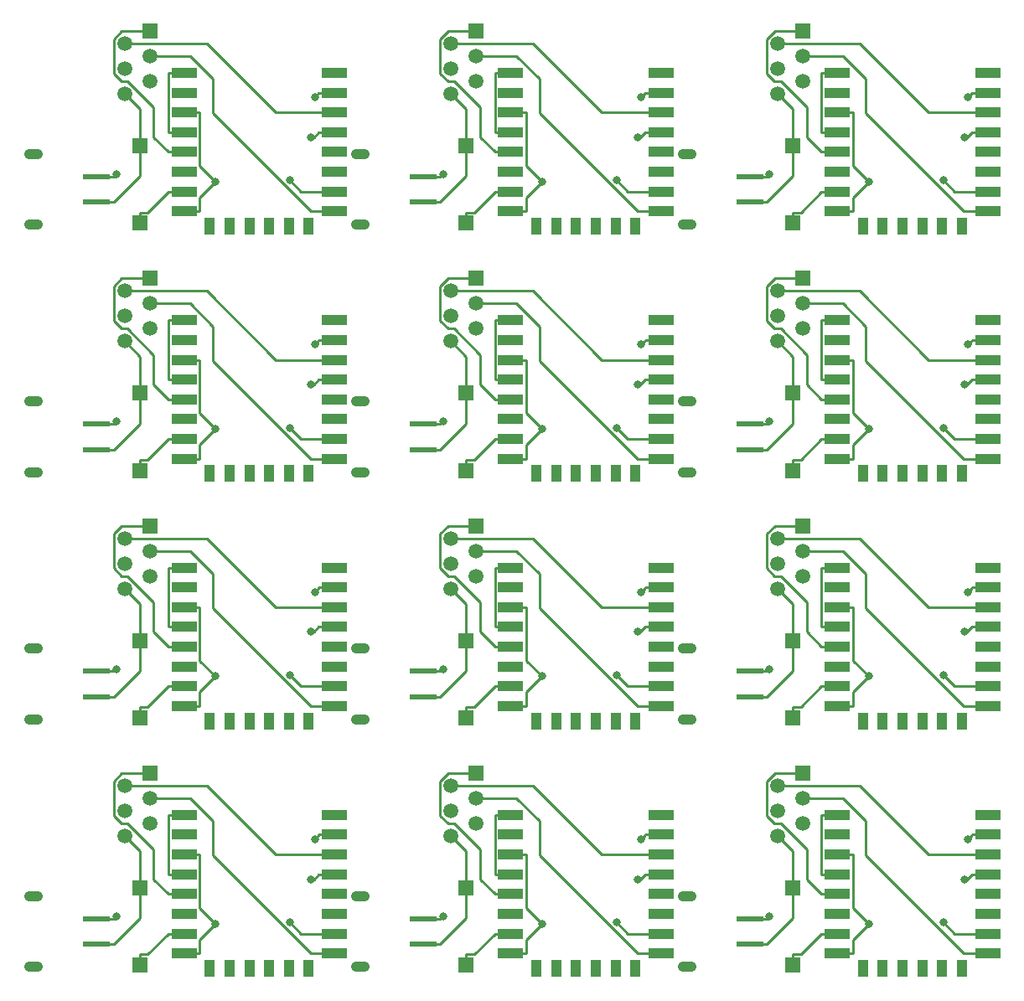
<source format=gbr>
%TF.GenerationSoftware,KiCad,Pcbnew,(5.1.9)-1*%
%TF.CreationDate,2021-08-15T14:18:06+02:00*%
%TF.ProjectId,IM350_AM550_5V_V3.0_multi,494d3335-305f-4414-9d35-35305f35565f,rev?*%
%TF.SameCoordinates,Original*%
%TF.FileFunction,Copper,L1,Top*%
%TF.FilePolarity,Positive*%
%FSLAX46Y46*%
G04 Gerber Fmt 4.6, Leading zero omitted, Abs format (unit mm)*
G04 Created by KiCad (PCBNEW (5.1.9)-1) date 2021-08-15 14:18:06*
%MOMM*%
%LPD*%
G01*
G04 APERTURE LIST*
%TA.AperFunction,SMDPad,CuDef*%
%ADD10R,2.500000X1.000000*%
%TD*%
%TA.AperFunction,SMDPad,CuDef*%
%ADD11R,1.000000X1.800000*%
%TD*%
%TA.AperFunction,SMDPad,CuDef*%
%ADD12R,2.800000X0.600000*%
%TD*%
%TA.AperFunction,ComponentPad*%
%ADD13O,1.900000X1.050000*%
%TD*%
%TA.AperFunction,SMDPad,CuDef*%
%ADD14R,1.500000X1.500000*%
%TD*%
%TA.AperFunction,ComponentPad*%
%ADD15C,1.520000*%
%TD*%
%TA.AperFunction,ComponentPad*%
%ADD16R,1.520000X1.520000*%
%TD*%
%TA.AperFunction,ViaPad*%
%ADD17C,0.800000*%
%TD*%
%TA.AperFunction,Conductor*%
%ADD18C,0.250000*%
%TD*%
G04 APERTURE END LIST*
D10*
%TO.P,U2,22*%
%TO.N,Net-(U2-Pad22)*%
X80675000Y-128725000D03*
%TO.P,U2,21*%
%TO.N,Net-(P3-Pad2)*%
X80675000Y-130725000D03*
%TO.P,U2,20*%
%TO.N,Net-(J2-Pad2)*%
X80675000Y-132725000D03*
%TO.P,U2,19*%
%TO.N,Net-(P4-Pad2)*%
X80675000Y-134725000D03*
%TO.P,U2,18*%
%TO.N,Net-(U2-Pad18)*%
X80675000Y-136725000D03*
%TO.P,U2,17*%
%TO.N,Net-(U2-Pad17)*%
X80675000Y-138725000D03*
%TO.P,U2,16*%
%TO.N,Net-(R5-Pad1)*%
X80675000Y-140725000D03*
%TO.P,U2,15*%
%TO.N,Net-(C1-Pad2)*%
X80675000Y-142725000D03*
D11*
%TO.P,U2,14*%
%TO.N,Net-(U2-Pad14)*%
X78075000Y-144225000D03*
%TO.P,U2,13*%
%TO.N,Net-(U2-Pad13)*%
X76075000Y-144225000D03*
%TO.P,U2,12*%
%TO.N,Net-(U2-Pad12)*%
X74075000Y-144225000D03*
%TO.P,U2,11*%
%TO.N,Net-(U2-Pad11)*%
X72075000Y-144225000D03*
%TO.P,U2,10*%
%TO.N,Net-(U2-Pad10)*%
X70075000Y-144225000D03*
%TO.P,U2,9*%
%TO.N,Net-(U2-Pad9)*%
X68075000Y-144225000D03*
D10*
%TO.P,U2,8*%
%TO.N,Net-(C1-Pad1)*%
X65475000Y-142725000D03*
%TO.P,U2,7*%
%TO.N,Net-(SW2-Pad1)*%
X65475000Y-140725000D03*
%TO.P,U2,6*%
%TO.N,Net-(U2-Pad6)*%
X65475000Y-138725000D03*
%TO.P,U2,5*%
%TO.N,Net-(J2-Pad1)*%
X65475000Y-136725000D03*
%TO.P,U2,4*%
%TO.N,Net-(U2-Pad1)*%
X65475000Y-134725000D03*
%TO.P,U2,3*%
%TO.N,Net-(C1-Pad1)*%
X65475000Y-132725000D03*
%TO.P,U2,2*%
%TO.N,Net-(U2-Pad2)*%
X65475000Y-130725000D03*
%TO.P,U2,1*%
%TO.N,Net-(U2-Pad1)*%
X65475000Y-128725000D03*
%TD*%
D12*
%TO.P,J1,1*%
%TO.N,Net-(J1-Pad1)*%
X56650000Y-139200000D03*
%TO.P,J1,5*%
%TO.N,Net-(C1-Pad2)*%
X56650000Y-141800000D03*
D13*
%TO.P,J1,*%
%TO.N,*%
X50300000Y-136925000D03*
X50300000Y-144075000D03*
%TD*%
D14*
%TO.P,SW2,2*%
%TO.N,Net-(C1-Pad2)*%
X94000000Y-136100000D03*
%TO.P,SW2,1*%
%TO.N,Net-(SW2-Pad1)*%
X94000000Y-143900000D03*
%TD*%
D15*
%TO.P,J2,6*%
%TO.N,Net-(C1-Pad2)*%
X125460000Y-130850000D03*
%TO.P,J2,5*%
%TO.N,Net-(J2-Pad5)*%
X128000000Y-129580000D03*
%TO.P,J2,4*%
%TO.N,Net-(J2-Pad4)*%
X125460000Y-128310000D03*
%TO.P,J2,3*%
%TO.N,Net-(C1-Pad2)*%
X128000000Y-127040000D03*
%TO.P,J2,2*%
%TO.N,Net-(J2-Pad2)*%
X125460000Y-125770000D03*
D16*
%TO.P,J2,1*%
%TO.N,Net-(J2-Pad1)*%
X128000000Y-124500000D03*
%TD*%
D14*
%TO.P,SW2,1*%
%TO.N,Net-(SW2-Pad1)*%
X127000000Y-143900000D03*
%TO.P,SW2,2*%
%TO.N,Net-(C1-Pad2)*%
X127000000Y-136100000D03*
%TD*%
D15*
%TO.P,J2,6*%
%TO.N,Net-(C1-Pad2)*%
X59460000Y-130850000D03*
%TO.P,J2,5*%
%TO.N,Net-(J2-Pad5)*%
X62000000Y-129580000D03*
%TO.P,J2,4*%
%TO.N,Net-(J2-Pad4)*%
X59460000Y-128310000D03*
%TO.P,J2,3*%
%TO.N,Net-(C1-Pad2)*%
X62000000Y-127040000D03*
%TO.P,J2,2*%
%TO.N,Net-(J2-Pad2)*%
X59460000Y-125770000D03*
D16*
%TO.P,J2,1*%
%TO.N,Net-(J2-Pad1)*%
X62000000Y-124500000D03*
%TD*%
D14*
%TO.P,SW2,1*%
%TO.N,Net-(SW2-Pad1)*%
X61000000Y-143900000D03*
%TO.P,SW2,2*%
%TO.N,Net-(C1-Pad2)*%
X61000000Y-136100000D03*
%TD*%
D10*
%TO.P,U2,1*%
%TO.N,Net-(U2-Pad1)*%
X98475000Y-128725000D03*
%TO.P,U2,2*%
%TO.N,Net-(U2-Pad2)*%
X98475000Y-130725000D03*
%TO.P,U2,3*%
%TO.N,Net-(C1-Pad1)*%
X98475000Y-132725000D03*
%TO.P,U2,4*%
%TO.N,Net-(U2-Pad1)*%
X98475000Y-134725000D03*
%TO.P,U2,5*%
%TO.N,Net-(J2-Pad1)*%
X98475000Y-136725000D03*
%TO.P,U2,6*%
%TO.N,Net-(U2-Pad6)*%
X98475000Y-138725000D03*
%TO.P,U2,7*%
%TO.N,Net-(SW2-Pad1)*%
X98475000Y-140725000D03*
%TO.P,U2,8*%
%TO.N,Net-(C1-Pad1)*%
X98475000Y-142725000D03*
D11*
%TO.P,U2,9*%
%TO.N,Net-(U2-Pad9)*%
X101075000Y-144225000D03*
%TO.P,U2,10*%
%TO.N,Net-(U2-Pad10)*%
X103075000Y-144225000D03*
%TO.P,U2,11*%
%TO.N,Net-(U2-Pad11)*%
X105075000Y-144225000D03*
%TO.P,U2,12*%
%TO.N,Net-(U2-Pad12)*%
X107075000Y-144225000D03*
%TO.P,U2,13*%
%TO.N,Net-(U2-Pad13)*%
X109075000Y-144225000D03*
%TO.P,U2,14*%
%TO.N,Net-(U2-Pad14)*%
X111075000Y-144225000D03*
D10*
%TO.P,U2,15*%
%TO.N,Net-(C1-Pad2)*%
X113675000Y-142725000D03*
%TO.P,U2,16*%
%TO.N,Net-(R5-Pad1)*%
X113675000Y-140725000D03*
%TO.P,U2,17*%
%TO.N,Net-(U2-Pad17)*%
X113675000Y-138725000D03*
%TO.P,U2,18*%
%TO.N,Net-(U2-Pad18)*%
X113675000Y-136725000D03*
%TO.P,U2,19*%
%TO.N,Net-(P4-Pad2)*%
X113675000Y-134725000D03*
%TO.P,U2,20*%
%TO.N,Net-(J2-Pad2)*%
X113675000Y-132725000D03*
%TO.P,U2,21*%
%TO.N,Net-(P3-Pad2)*%
X113675000Y-130725000D03*
%TO.P,U2,22*%
%TO.N,Net-(U2-Pad22)*%
X113675000Y-128725000D03*
%TD*%
%TO.P,U2,22*%
%TO.N,Net-(U2-Pad22)*%
X146675000Y-128725000D03*
%TO.P,U2,21*%
%TO.N,Net-(P3-Pad2)*%
X146675000Y-130725000D03*
%TO.P,U2,20*%
%TO.N,Net-(J2-Pad2)*%
X146675000Y-132725000D03*
%TO.P,U2,19*%
%TO.N,Net-(P4-Pad2)*%
X146675000Y-134725000D03*
%TO.P,U2,18*%
%TO.N,Net-(U2-Pad18)*%
X146675000Y-136725000D03*
%TO.P,U2,17*%
%TO.N,Net-(U2-Pad17)*%
X146675000Y-138725000D03*
%TO.P,U2,16*%
%TO.N,Net-(R5-Pad1)*%
X146675000Y-140725000D03*
%TO.P,U2,15*%
%TO.N,Net-(C1-Pad2)*%
X146675000Y-142725000D03*
D11*
%TO.P,U2,14*%
%TO.N,Net-(U2-Pad14)*%
X144075000Y-144225000D03*
%TO.P,U2,13*%
%TO.N,Net-(U2-Pad13)*%
X142075000Y-144225000D03*
%TO.P,U2,12*%
%TO.N,Net-(U2-Pad12)*%
X140075000Y-144225000D03*
%TO.P,U2,11*%
%TO.N,Net-(U2-Pad11)*%
X138075000Y-144225000D03*
%TO.P,U2,10*%
%TO.N,Net-(U2-Pad10)*%
X136075000Y-144225000D03*
%TO.P,U2,9*%
%TO.N,Net-(U2-Pad9)*%
X134075000Y-144225000D03*
D10*
%TO.P,U2,8*%
%TO.N,Net-(C1-Pad1)*%
X131475000Y-142725000D03*
%TO.P,U2,7*%
%TO.N,Net-(SW2-Pad1)*%
X131475000Y-140725000D03*
%TO.P,U2,6*%
%TO.N,Net-(U2-Pad6)*%
X131475000Y-138725000D03*
%TO.P,U2,5*%
%TO.N,Net-(J2-Pad1)*%
X131475000Y-136725000D03*
%TO.P,U2,4*%
%TO.N,Net-(U2-Pad1)*%
X131475000Y-134725000D03*
%TO.P,U2,3*%
%TO.N,Net-(C1-Pad1)*%
X131475000Y-132725000D03*
%TO.P,U2,2*%
%TO.N,Net-(U2-Pad2)*%
X131475000Y-130725000D03*
%TO.P,U2,1*%
%TO.N,Net-(U2-Pad1)*%
X131475000Y-128725000D03*
%TD*%
D16*
%TO.P,J2,1*%
%TO.N,Net-(J2-Pad1)*%
X95000000Y-124500000D03*
D15*
%TO.P,J2,2*%
%TO.N,Net-(J2-Pad2)*%
X92460000Y-125770000D03*
%TO.P,J2,3*%
%TO.N,Net-(C1-Pad2)*%
X95000000Y-127040000D03*
%TO.P,J2,4*%
%TO.N,Net-(J2-Pad4)*%
X92460000Y-128310000D03*
%TO.P,J2,5*%
%TO.N,Net-(J2-Pad5)*%
X95000000Y-129580000D03*
%TO.P,J2,6*%
%TO.N,Net-(C1-Pad2)*%
X92460000Y-130850000D03*
%TD*%
D13*
%TO.P,J1,*%
%TO.N,*%
X83300000Y-144075000D03*
X83300000Y-136925000D03*
D12*
%TO.P,J1,5*%
%TO.N,Net-(C1-Pad2)*%
X89650000Y-141800000D03*
%TO.P,J1,1*%
%TO.N,Net-(J1-Pad1)*%
X89650000Y-139200000D03*
%TD*%
%TO.P,J1,1*%
%TO.N,Net-(J1-Pad1)*%
X122650000Y-139200000D03*
%TO.P,J1,5*%
%TO.N,Net-(C1-Pad2)*%
X122650000Y-141800000D03*
D13*
%TO.P,J1,*%
%TO.N,*%
X116300000Y-136925000D03*
X116300000Y-144075000D03*
%TD*%
D10*
%TO.P,U2,1*%
%TO.N,Net-(U2-Pad1)*%
X65475000Y-103725000D03*
%TO.P,U2,2*%
%TO.N,Net-(U2-Pad2)*%
X65475000Y-105725000D03*
%TO.P,U2,3*%
%TO.N,Net-(C1-Pad1)*%
X65475000Y-107725000D03*
%TO.P,U2,4*%
%TO.N,Net-(U2-Pad1)*%
X65475000Y-109725000D03*
%TO.P,U2,5*%
%TO.N,Net-(J2-Pad1)*%
X65475000Y-111725000D03*
%TO.P,U2,6*%
%TO.N,Net-(U2-Pad6)*%
X65475000Y-113725000D03*
%TO.P,U2,7*%
%TO.N,Net-(SW2-Pad1)*%
X65475000Y-115725000D03*
%TO.P,U2,8*%
%TO.N,Net-(C1-Pad1)*%
X65475000Y-117725000D03*
D11*
%TO.P,U2,9*%
%TO.N,Net-(U2-Pad9)*%
X68075000Y-119225000D03*
%TO.P,U2,10*%
%TO.N,Net-(U2-Pad10)*%
X70075000Y-119225000D03*
%TO.P,U2,11*%
%TO.N,Net-(U2-Pad11)*%
X72075000Y-119225000D03*
%TO.P,U2,12*%
%TO.N,Net-(U2-Pad12)*%
X74075000Y-119225000D03*
%TO.P,U2,13*%
%TO.N,Net-(U2-Pad13)*%
X76075000Y-119225000D03*
%TO.P,U2,14*%
%TO.N,Net-(U2-Pad14)*%
X78075000Y-119225000D03*
D10*
%TO.P,U2,15*%
%TO.N,Net-(C1-Pad2)*%
X80675000Y-117725000D03*
%TO.P,U2,16*%
%TO.N,Net-(R5-Pad1)*%
X80675000Y-115725000D03*
%TO.P,U2,17*%
%TO.N,Net-(U2-Pad17)*%
X80675000Y-113725000D03*
%TO.P,U2,18*%
%TO.N,Net-(U2-Pad18)*%
X80675000Y-111725000D03*
%TO.P,U2,19*%
%TO.N,Net-(P4-Pad2)*%
X80675000Y-109725000D03*
%TO.P,U2,20*%
%TO.N,Net-(J2-Pad2)*%
X80675000Y-107725000D03*
%TO.P,U2,21*%
%TO.N,Net-(P3-Pad2)*%
X80675000Y-105725000D03*
%TO.P,U2,22*%
%TO.N,Net-(U2-Pad22)*%
X80675000Y-103725000D03*
%TD*%
D13*
%TO.P,J1,*%
%TO.N,*%
X50300000Y-119075000D03*
X50300000Y-111925000D03*
D12*
%TO.P,J1,5*%
%TO.N,Net-(C1-Pad2)*%
X56650000Y-116800000D03*
%TO.P,J1,1*%
%TO.N,Net-(J1-Pad1)*%
X56650000Y-114200000D03*
%TD*%
D14*
%TO.P,SW2,2*%
%TO.N,Net-(C1-Pad2)*%
X127000000Y-111100000D03*
%TO.P,SW2,1*%
%TO.N,Net-(SW2-Pad1)*%
X127000000Y-118900000D03*
%TD*%
D16*
%TO.P,J2,1*%
%TO.N,Net-(J2-Pad1)*%
X62000000Y-99500000D03*
D15*
%TO.P,J2,2*%
%TO.N,Net-(J2-Pad2)*%
X59460000Y-100770000D03*
%TO.P,J2,3*%
%TO.N,Net-(C1-Pad2)*%
X62000000Y-102040000D03*
%TO.P,J2,4*%
%TO.N,Net-(J2-Pad4)*%
X59460000Y-103310000D03*
%TO.P,J2,5*%
%TO.N,Net-(J2-Pad5)*%
X62000000Y-104580000D03*
%TO.P,J2,6*%
%TO.N,Net-(C1-Pad2)*%
X59460000Y-105850000D03*
%TD*%
D16*
%TO.P,J2,1*%
%TO.N,Net-(J2-Pad1)*%
X128000000Y-99500000D03*
D15*
%TO.P,J2,2*%
%TO.N,Net-(J2-Pad2)*%
X125460000Y-100770000D03*
%TO.P,J2,3*%
%TO.N,Net-(C1-Pad2)*%
X128000000Y-102040000D03*
%TO.P,J2,4*%
%TO.N,Net-(J2-Pad4)*%
X125460000Y-103310000D03*
%TO.P,J2,5*%
%TO.N,Net-(J2-Pad5)*%
X128000000Y-104580000D03*
%TO.P,J2,6*%
%TO.N,Net-(C1-Pad2)*%
X125460000Y-105850000D03*
%TD*%
D14*
%TO.P,SW2,1*%
%TO.N,Net-(SW2-Pad1)*%
X94000000Y-118900000D03*
%TO.P,SW2,2*%
%TO.N,Net-(C1-Pad2)*%
X94000000Y-111100000D03*
%TD*%
%TO.P,SW2,2*%
%TO.N,Net-(C1-Pad2)*%
X61000000Y-111100000D03*
%TO.P,SW2,1*%
%TO.N,Net-(SW2-Pad1)*%
X61000000Y-118900000D03*
%TD*%
D10*
%TO.P,U2,22*%
%TO.N,Net-(U2-Pad22)*%
X113675000Y-103725000D03*
%TO.P,U2,21*%
%TO.N,Net-(P3-Pad2)*%
X113675000Y-105725000D03*
%TO.P,U2,20*%
%TO.N,Net-(J2-Pad2)*%
X113675000Y-107725000D03*
%TO.P,U2,19*%
%TO.N,Net-(P4-Pad2)*%
X113675000Y-109725000D03*
%TO.P,U2,18*%
%TO.N,Net-(U2-Pad18)*%
X113675000Y-111725000D03*
%TO.P,U2,17*%
%TO.N,Net-(U2-Pad17)*%
X113675000Y-113725000D03*
%TO.P,U2,16*%
%TO.N,Net-(R5-Pad1)*%
X113675000Y-115725000D03*
%TO.P,U2,15*%
%TO.N,Net-(C1-Pad2)*%
X113675000Y-117725000D03*
D11*
%TO.P,U2,14*%
%TO.N,Net-(U2-Pad14)*%
X111075000Y-119225000D03*
%TO.P,U2,13*%
%TO.N,Net-(U2-Pad13)*%
X109075000Y-119225000D03*
%TO.P,U2,12*%
%TO.N,Net-(U2-Pad12)*%
X107075000Y-119225000D03*
%TO.P,U2,11*%
%TO.N,Net-(U2-Pad11)*%
X105075000Y-119225000D03*
%TO.P,U2,10*%
%TO.N,Net-(U2-Pad10)*%
X103075000Y-119225000D03*
%TO.P,U2,9*%
%TO.N,Net-(U2-Pad9)*%
X101075000Y-119225000D03*
D10*
%TO.P,U2,8*%
%TO.N,Net-(C1-Pad1)*%
X98475000Y-117725000D03*
%TO.P,U2,7*%
%TO.N,Net-(SW2-Pad1)*%
X98475000Y-115725000D03*
%TO.P,U2,6*%
%TO.N,Net-(U2-Pad6)*%
X98475000Y-113725000D03*
%TO.P,U2,5*%
%TO.N,Net-(J2-Pad1)*%
X98475000Y-111725000D03*
%TO.P,U2,4*%
%TO.N,Net-(U2-Pad1)*%
X98475000Y-109725000D03*
%TO.P,U2,3*%
%TO.N,Net-(C1-Pad1)*%
X98475000Y-107725000D03*
%TO.P,U2,2*%
%TO.N,Net-(U2-Pad2)*%
X98475000Y-105725000D03*
%TO.P,U2,1*%
%TO.N,Net-(U2-Pad1)*%
X98475000Y-103725000D03*
%TD*%
%TO.P,U2,1*%
%TO.N,Net-(U2-Pad1)*%
X131475000Y-103725000D03*
%TO.P,U2,2*%
%TO.N,Net-(U2-Pad2)*%
X131475000Y-105725000D03*
%TO.P,U2,3*%
%TO.N,Net-(C1-Pad1)*%
X131475000Y-107725000D03*
%TO.P,U2,4*%
%TO.N,Net-(U2-Pad1)*%
X131475000Y-109725000D03*
%TO.P,U2,5*%
%TO.N,Net-(J2-Pad1)*%
X131475000Y-111725000D03*
%TO.P,U2,6*%
%TO.N,Net-(U2-Pad6)*%
X131475000Y-113725000D03*
%TO.P,U2,7*%
%TO.N,Net-(SW2-Pad1)*%
X131475000Y-115725000D03*
%TO.P,U2,8*%
%TO.N,Net-(C1-Pad1)*%
X131475000Y-117725000D03*
D11*
%TO.P,U2,9*%
%TO.N,Net-(U2-Pad9)*%
X134075000Y-119225000D03*
%TO.P,U2,10*%
%TO.N,Net-(U2-Pad10)*%
X136075000Y-119225000D03*
%TO.P,U2,11*%
%TO.N,Net-(U2-Pad11)*%
X138075000Y-119225000D03*
%TO.P,U2,12*%
%TO.N,Net-(U2-Pad12)*%
X140075000Y-119225000D03*
%TO.P,U2,13*%
%TO.N,Net-(U2-Pad13)*%
X142075000Y-119225000D03*
%TO.P,U2,14*%
%TO.N,Net-(U2-Pad14)*%
X144075000Y-119225000D03*
D10*
%TO.P,U2,15*%
%TO.N,Net-(C1-Pad2)*%
X146675000Y-117725000D03*
%TO.P,U2,16*%
%TO.N,Net-(R5-Pad1)*%
X146675000Y-115725000D03*
%TO.P,U2,17*%
%TO.N,Net-(U2-Pad17)*%
X146675000Y-113725000D03*
%TO.P,U2,18*%
%TO.N,Net-(U2-Pad18)*%
X146675000Y-111725000D03*
%TO.P,U2,19*%
%TO.N,Net-(P4-Pad2)*%
X146675000Y-109725000D03*
%TO.P,U2,20*%
%TO.N,Net-(J2-Pad2)*%
X146675000Y-107725000D03*
%TO.P,U2,21*%
%TO.N,Net-(P3-Pad2)*%
X146675000Y-105725000D03*
%TO.P,U2,22*%
%TO.N,Net-(U2-Pad22)*%
X146675000Y-103725000D03*
%TD*%
D15*
%TO.P,J2,6*%
%TO.N,Net-(C1-Pad2)*%
X92460000Y-105850000D03*
%TO.P,J2,5*%
%TO.N,Net-(J2-Pad5)*%
X95000000Y-104580000D03*
%TO.P,J2,4*%
%TO.N,Net-(J2-Pad4)*%
X92460000Y-103310000D03*
%TO.P,J2,3*%
%TO.N,Net-(C1-Pad2)*%
X95000000Y-102040000D03*
%TO.P,J2,2*%
%TO.N,Net-(J2-Pad2)*%
X92460000Y-100770000D03*
D16*
%TO.P,J2,1*%
%TO.N,Net-(J2-Pad1)*%
X95000000Y-99500000D03*
%TD*%
D13*
%TO.P,J1,*%
%TO.N,*%
X116300000Y-119075000D03*
X116300000Y-111925000D03*
D12*
%TO.P,J1,5*%
%TO.N,Net-(C1-Pad2)*%
X122650000Y-116800000D03*
%TO.P,J1,1*%
%TO.N,Net-(J1-Pad1)*%
X122650000Y-114200000D03*
%TD*%
%TO.P,J1,1*%
%TO.N,Net-(J1-Pad1)*%
X89650000Y-114200000D03*
%TO.P,J1,5*%
%TO.N,Net-(C1-Pad2)*%
X89650000Y-116800000D03*
D13*
%TO.P,J1,*%
%TO.N,*%
X83300000Y-111925000D03*
X83300000Y-119075000D03*
%TD*%
D10*
%TO.P,U2,1*%
%TO.N,Net-(U2-Pad1)*%
X98475000Y-78725000D03*
%TO.P,U2,2*%
%TO.N,Net-(U2-Pad2)*%
X98475000Y-80725000D03*
%TO.P,U2,3*%
%TO.N,Net-(C1-Pad1)*%
X98475000Y-82725000D03*
%TO.P,U2,4*%
%TO.N,Net-(U2-Pad1)*%
X98475000Y-84725000D03*
%TO.P,U2,5*%
%TO.N,Net-(J2-Pad1)*%
X98475000Y-86725000D03*
%TO.P,U2,6*%
%TO.N,Net-(U2-Pad6)*%
X98475000Y-88725000D03*
%TO.P,U2,7*%
%TO.N,Net-(SW2-Pad1)*%
X98475000Y-90725000D03*
%TO.P,U2,8*%
%TO.N,Net-(C1-Pad1)*%
X98475000Y-92725000D03*
D11*
%TO.P,U2,9*%
%TO.N,Net-(U2-Pad9)*%
X101075000Y-94225000D03*
%TO.P,U2,10*%
%TO.N,Net-(U2-Pad10)*%
X103075000Y-94225000D03*
%TO.P,U2,11*%
%TO.N,Net-(U2-Pad11)*%
X105075000Y-94225000D03*
%TO.P,U2,12*%
%TO.N,Net-(U2-Pad12)*%
X107075000Y-94225000D03*
%TO.P,U2,13*%
%TO.N,Net-(U2-Pad13)*%
X109075000Y-94225000D03*
%TO.P,U2,14*%
%TO.N,Net-(U2-Pad14)*%
X111075000Y-94225000D03*
D10*
%TO.P,U2,15*%
%TO.N,Net-(C1-Pad2)*%
X113675000Y-92725000D03*
%TO.P,U2,16*%
%TO.N,Net-(R5-Pad1)*%
X113675000Y-90725000D03*
%TO.P,U2,17*%
%TO.N,Net-(U2-Pad17)*%
X113675000Y-88725000D03*
%TO.P,U2,18*%
%TO.N,Net-(U2-Pad18)*%
X113675000Y-86725000D03*
%TO.P,U2,19*%
%TO.N,Net-(P4-Pad2)*%
X113675000Y-84725000D03*
%TO.P,U2,20*%
%TO.N,Net-(J2-Pad2)*%
X113675000Y-82725000D03*
%TO.P,U2,21*%
%TO.N,Net-(P3-Pad2)*%
X113675000Y-80725000D03*
%TO.P,U2,22*%
%TO.N,Net-(U2-Pad22)*%
X113675000Y-78725000D03*
%TD*%
D16*
%TO.P,J2,1*%
%TO.N,Net-(J2-Pad1)*%
X95000000Y-74500000D03*
D15*
%TO.P,J2,2*%
%TO.N,Net-(J2-Pad2)*%
X92460000Y-75770000D03*
%TO.P,J2,3*%
%TO.N,Net-(C1-Pad2)*%
X95000000Y-77040000D03*
%TO.P,J2,4*%
%TO.N,Net-(J2-Pad4)*%
X92460000Y-78310000D03*
%TO.P,J2,5*%
%TO.N,Net-(J2-Pad5)*%
X95000000Y-79580000D03*
%TO.P,J2,6*%
%TO.N,Net-(C1-Pad2)*%
X92460000Y-80850000D03*
%TD*%
D13*
%TO.P,J1,*%
%TO.N,*%
X83300000Y-94075000D03*
X83300000Y-86925000D03*
D12*
%TO.P,J1,5*%
%TO.N,Net-(C1-Pad2)*%
X89650000Y-91800000D03*
%TO.P,J1,1*%
%TO.N,Net-(J1-Pad1)*%
X89650000Y-89200000D03*
%TD*%
%TO.P,J1,1*%
%TO.N,Net-(J1-Pad1)*%
X122650000Y-89200000D03*
%TO.P,J1,5*%
%TO.N,Net-(C1-Pad2)*%
X122650000Y-91800000D03*
D13*
%TO.P,J1,*%
%TO.N,*%
X116300000Y-86925000D03*
X116300000Y-94075000D03*
%TD*%
D10*
%TO.P,U2,22*%
%TO.N,Net-(U2-Pad22)*%
X146675000Y-78725000D03*
%TO.P,U2,21*%
%TO.N,Net-(P3-Pad2)*%
X146675000Y-80725000D03*
%TO.P,U2,20*%
%TO.N,Net-(J2-Pad2)*%
X146675000Y-82725000D03*
%TO.P,U2,19*%
%TO.N,Net-(P4-Pad2)*%
X146675000Y-84725000D03*
%TO.P,U2,18*%
%TO.N,Net-(U2-Pad18)*%
X146675000Y-86725000D03*
%TO.P,U2,17*%
%TO.N,Net-(U2-Pad17)*%
X146675000Y-88725000D03*
%TO.P,U2,16*%
%TO.N,Net-(R5-Pad1)*%
X146675000Y-90725000D03*
%TO.P,U2,15*%
%TO.N,Net-(C1-Pad2)*%
X146675000Y-92725000D03*
D11*
%TO.P,U2,14*%
%TO.N,Net-(U2-Pad14)*%
X144075000Y-94225000D03*
%TO.P,U2,13*%
%TO.N,Net-(U2-Pad13)*%
X142075000Y-94225000D03*
%TO.P,U2,12*%
%TO.N,Net-(U2-Pad12)*%
X140075000Y-94225000D03*
%TO.P,U2,11*%
%TO.N,Net-(U2-Pad11)*%
X138075000Y-94225000D03*
%TO.P,U2,10*%
%TO.N,Net-(U2-Pad10)*%
X136075000Y-94225000D03*
%TO.P,U2,9*%
%TO.N,Net-(U2-Pad9)*%
X134075000Y-94225000D03*
D10*
%TO.P,U2,8*%
%TO.N,Net-(C1-Pad1)*%
X131475000Y-92725000D03*
%TO.P,U2,7*%
%TO.N,Net-(SW2-Pad1)*%
X131475000Y-90725000D03*
%TO.P,U2,6*%
%TO.N,Net-(U2-Pad6)*%
X131475000Y-88725000D03*
%TO.P,U2,5*%
%TO.N,Net-(J2-Pad1)*%
X131475000Y-86725000D03*
%TO.P,U2,4*%
%TO.N,Net-(U2-Pad1)*%
X131475000Y-84725000D03*
%TO.P,U2,3*%
%TO.N,Net-(C1-Pad1)*%
X131475000Y-82725000D03*
%TO.P,U2,2*%
%TO.N,Net-(U2-Pad2)*%
X131475000Y-80725000D03*
%TO.P,U2,1*%
%TO.N,Net-(U2-Pad1)*%
X131475000Y-78725000D03*
%TD*%
D15*
%TO.P,J2,6*%
%TO.N,Net-(C1-Pad2)*%
X125460000Y-80850000D03*
%TO.P,J2,5*%
%TO.N,Net-(J2-Pad5)*%
X128000000Y-79580000D03*
%TO.P,J2,4*%
%TO.N,Net-(J2-Pad4)*%
X125460000Y-78310000D03*
%TO.P,J2,3*%
%TO.N,Net-(C1-Pad2)*%
X128000000Y-77040000D03*
%TO.P,J2,2*%
%TO.N,Net-(J2-Pad2)*%
X125460000Y-75770000D03*
D16*
%TO.P,J2,1*%
%TO.N,Net-(J2-Pad1)*%
X128000000Y-74500000D03*
%TD*%
D14*
%TO.P,SW2,1*%
%TO.N,Net-(SW2-Pad1)*%
X127000000Y-93900000D03*
%TO.P,SW2,2*%
%TO.N,Net-(C1-Pad2)*%
X127000000Y-86100000D03*
%TD*%
D12*
%TO.P,J1,1*%
%TO.N,Net-(J1-Pad1)*%
X56650000Y-89200000D03*
%TO.P,J1,5*%
%TO.N,Net-(C1-Pad2)*%
X56650000Y-91800000D03*
D13*
%TO.P,J1,*%
%TO.N,*%
X50300000Y-86925000D03*
X50300000Y-94075000D03*
%TD*%
D15*
%TO.P,J2,6*%
%TO.N,Net-(C1-Pad2)*%
X59460000Y-80850000D03*
%TO.P,J2,5*%
%TO.N,Net-(J2-Pad5)*%
X62000000Y-79580000D03*
%TO.P,J2,4*%
%TO.N,Net-(J2-Pad4)*%
X59460000Y-78310000D03*
%TO.P,J2,3*%
%TO.N,Net-(C1-Pad2)*%
X62000000Y-77040000D03*
%TO.P,J2,2*%
%TO.N,Net-(J2-Pad2)*%
X59460000Y-75770000D03*
D16*
%TO.P,J2,1*%
%TO.N,Net-(J2-Pad1)*%
X62000000Y-74500000D03*
%TD*%
D10*
%TO.P,U2,22*%
%TO.N,Net-(U2-Pad22)*%
X80675000Y-78725000D03*
%TO.P,U2,21*%
%TO.N,Net-(P3-Pad2)*%
X80675000Y-80725000D03*
%TO.P,U2,20*%
%TO.N,Net-(J2-Pad2)*%
X80675000Y-82725000D03*
%TO.P,U2,19*%
%TO.N,Net-(P4-Pad2)*%
X80675000Y-84725000D03*
%TO.P,U2,18*%
%TO.N,Net-(U2-Pad18)*%
X80675000Y-86725000D03*
%TO.P,U2,17*%
%TO.N,Net-(U2-Pad17)*%
X80675000Y-88725000D03*
%TO.P,U2,16*%
%TO.N,Net-(R5-Pad1)*%
X80675000Y-90725000D03*
%TO.P,U2,15*%
%TO.N,Net-(C1-Pad2)*%
X80675000Y-92725000D03*
D11*
%TO.P,U2,14*%
%TO.N,Net-(U2-Pad14)*%
X78075000Y-94225000D03*
%TO.P,U2,13*%
%TO.N,Net-(U2-Pad13)*%
X76075000Y-94225000D03*
%TO.P,U2,12*%
%TO.N,Net-(U2-Pad12)*%
X74075000Y-94225000D03*
%TO.P,U2,11*%
%TO.N,Net-(U2-Pad11)*%
X72075000Y-94225000D03*
%TO.P,U2,10*%
%TO.N,Net-(U2-Pad10)*%
X70075000Y-94225000D03*
%TO.P,U2,9*%
%TO.N,Net-(U2-Pad9)*%
X68075000Y-94225000D03*
D10*
%TO.P,U2,8*%
%TO.N,Net-(C1-Pad1)*%
X65475000Y-92725000D03*
%TO.P,U2,7*%
%TO.N,Net-(SW2-Pad1)*%
X65475000Y-90725000D03*
%TO.P,U2,6*%
%TO.N,Net-(U2-Pad6)*%
X65475000Y-88725000D03*
%TO.P,U2,5*%
%TO.N,Net-(J2-Pad1)*%
X65475000Y-86725000D03*
%TO.P,U2,4*%
%TO.N,Net-(U2-Pad1)*%
X65475000Y-84725000D03*
%TO.P,U2,3*%
%TO.N,Net-(C1-Pad1)*%
X65475000Y-82725000D03*
%TO.P,U2,2*%
%TO.N,Net-(U2-Pad2)*%
X65475000Y-80725000D03*
%TO.P,U2,1*%
%TO.N,Net-(U2-Pad1)*%
X65475000Y-78725000D03*
%TD*%
D14*
%TO.P,SW2,1*%
%TO.N,Net-(SW2-Pad1)*%
X61000000Y-93900000D03*
%TO.P,SW2,2*%
%TO.N,Net-(C1-Pad2)*%
X61000000Y-86100000D03*
%TD*%
%TO.P,SW2,2*%
%TO.N,Net-(C1-Pad2)*%
X94000000Y-86100000D03*
%TO.P,SW2,1*%
%TO.N,Net-(SW2-Pad1)*%
X94000000Y-93900000D03*
%TD*%
D10*
%TO.P,U2,1*%
%TO.N,Net-(U2-Pad1)*%
X131475000Y-53725000D03*
%TO.P,U2,2*%
%TO.N,Net-(U2-Pad2)*%
X131475000Y-55725000D03*
%TO.P,U2,3*%
%TO.N,Net-(C1-Pad1)*%
X131475000Y-57725000D03*
%TO.P,U2,4*%
%TO.N,Net-(U2-Pad1)*%
X131475000Y-59725000D03*
%TO.P,U2,5*%
%TO.N,Net-(J2-Pad1)*%
X131475000Y-61725000D03*
%TO.P,U2,6*%
%TO.N,Net-(U2-Pad6)*%
X131475000Y-63725000D03*
%TO.P,U2,7*%
%TO.N,Net-(SW2-Pad1)*%
X131475000Y-65725000D03*
%TO.P,U2,8*%
%TO.N,Net-(C1-Pad1)*%
X131475000Y-67725000D03*
D11*
%TO.P,U2,9*%
%TO.N,Net-(U2-Pad9)*%
X134075000Y-69225000D03*
%TO.P,U2,10*%
%TO.N,Net-(U2-Pad10)*%
X136075000Y-69225000D03*
%TO.P,U2,11*%
%TO.N,Net-(U2-Pad11)*%
X138075000Y-69225000D03*
%TO.P,U2,12*%
%TO.N,Net-(U2-Pad12)*%
X140075000Y-69225000D03*
%TO.P,U2,13*%
%TO.N,Net-(U2-Pad13)*%
X142075000Y-69225000D03*
%TO.P,U2,14*%
%TO.N,Net-(U2-Pad14)*%
X144075000Y-69225000D03*
D10*
%TO.P,U2,15*%
%TO.N,Net-(C1-Pad2)*%
X146675000Y-67725000D03*
%TO.P,U2,16*%
%TO.N,Net-(R5-Pad1)*%
X146675000Y-65725000D03*
%TO.P,U2,17*%
%TO.N,Net-(U2-Pad17)*%
X146675000Y-63725000D03*
%TO.P,U2,18*%
%TO.N,Net-(U2-Pad18)*%
X146675000Y-61725000D03*
%TO.P,U2,19*%
%TO.N,Net-(P4-Pad2)*%
X146675000Y-59725000D03*
%TO.P,U2,20*%
%TO.N,Net-(J2-Pad2)*%
X146675000Y-57725000D03*
%TO.P,U2,21*%
%TO.N,Net-(P3-Pad2)*%
X146675000Y-55725000D03*
%TO.P,U2,22*%
%TO.N,Net-(U2-Pad22)*%
X146675000Y-53725000D03*
%TD*%
D16*
%TO.P,J2,1*%
%TO.N,Net-(J2-Pad1)*%
X128000000Y-49500000D03*
D15*
%TO.P,J2,2*%
%TO.N,Net-(J2-Pad2)*%
X125460000Y-50770000D03*
%TO.P,J2,3*%
%TO.N,Net-(C1-Pad2)*%
X128000000Y-52040000D03*
%TO.P,J2,4*%
%TO.N,Net-(J2-Pad4)*%
X125460000Y-53310000D03*
%TO.P,J2,5*%
%TO.N,Net-(J2-Pad5)*%
X128000000Y-54580000D03*
%TO.P,J2,6*%
%TO.N,Net-(C1-Pad2)*%
X125460000Y-55850000D03*
%TD*%
D13*
%TO.P,J1,*%
%TO.N,*%
X116300000Y-69075000D03*
X116300000Y-61925000D03*
D12*
%TO.P,J1,5*%
%TO.N,Net-(C1-Pad2)*%
X122650000Y-66800000D03*
%TO.P,J1,1*%
%TO.N,Net-(J1-Pad1)*%
X122650000Y-64200000D03*
%TD*%
D14*
%TO.P,SW2,2*%
%TO.N,Net-(C1-Pad2)*%
X127000000Y-61100000D03*
%TO.P,SW2,1*%
%TO.N,Net-(SW2-Pad1)*%
X127000000Y-68900000D03*
%TD*%
D12*
%TO.P,J1,1*%
%TO.N,Net-(J1-Pad1)*%
X89650000Y-64200000D03*
%TO.P,J1,5*%
%TO.N,Net-(C1-Pad2)*%
X89650000Y-66800000D03*
D13*
%TO.P,J1,*%
%TO.N,*%
X83300000Y-61925000D03*
X83300000Y-69075000D03*
%TD*%
D15*
%TO.P,J2,6*%
%TO.N,Net-(C1-Pad2)*%
X92460000Y-55850000D03*
%TO.P,J2,5*%
%TO.N,Net-(J2-Pad5)*%
X95000000Y-54580000D03*
%TO.P,J2,4*%
%TO.N,Net-(J2-Pad4)*%
X92460000Y-53310000D03*
%TO.P,J2,3*%
%TO.N,Net-(C1-Pad2)*%
X95000000Y-52040000D03*
%TO.P,J2,2*%
%TO.N,Net-(J2-Pad2)*%
X92460000Y-50770000D03*
D16*
%TO.P,J2,1*%
%TO.N,Net-(J2-Pad1)*%
X95000000Y-49500000D03*
%TD*%
D10*
%TO.P,U2,22*%
%TO.N,Net-(U2-Pad22)*%
X113675000Y-53725000D03*
%TO.P,U2,21*%
%TO.N,Net-(P3-Pad2)*%
X113675000Y-55725000D03*
%TO.P,U2,20*%
%TO.N,Net-(J2-Pad2)*%
X113675000Y-57725000D03*
%TO.P,U2,19*%
%TO.N,Net-(P4-Pad2)*%
X113675000Y-59725000D03*
%TO.P,U2,18*%
%TO.N,Net-(U2-Pad18)*%
X113675000Y-61725000D03*
%TO.P,U2,17*%
%TO.N,Net-(U2-Pad17)*%
X113675000Y-63725000D03*
%TO.P,U2,16*%
%TO.N,Net-(R5-Pad1)*%
X113675000Y-65725000D03*
%TO.P,U2,15*%
%TO.N,Net-(C1-Pad2)*%
X113675000Y-67725000D03*
D11*
%TO.P,U2,14*%
%TO.N,Net-(U2-Pad14)*%
X111075000Y-69225000D03*
%TO.P,U2,13*%
%TO.N,Net-(U2-Pad13)*%
X109075000Y-69225000D03*
%TO.P,U2,12*%
%TO.N,Net-(U2-Pad12)*%
X107075000Y-69225000D03*
%TO.P,U2,11*%
%TO.N,Net-(U2-Pad11)*%
X105075000Y-69225000D03*
%TO.P,U2,10*%
%TO.N,Net-(U2-Pad10)*%
X103075000Y-69225000D03*
%TO.P,U2,9*%
%TO.N,Net-(U2-Pad9)*%
X101075000Y-69225000D03*
D10*
%TO.P,U2,8*%
%TO.N,Net-(C1-Pad1)*%
X98475000Y-67725000D03*
%TO.P,U2,7*%
%TO.N,Net-(SW2-Pad1)*%
X98475000Y-65725000D03*
%TO.P,U2,6*%
%TO.N,Net-(U2-Pad6)*%
X98475000Y-63725000D03*
%TO.P,U2,5*%
%TO.N,Net-(J2-Pad1)*%
X98475000Y-61725000D03*
%TO.P,U2,4*%
%TO.N,Net-(U2-Pad1)*%
X98475000Y-59725000D03*
%TO.P,U2,3*%
%TO.N,Net-(C1-Pad1)*%
X98475000Y-57725000D03*
%TO.P,U2,2*%
%TO.N,Net-(U2-Pad2)*%
X98475000Y-55725000D03*
%TO.P,U2,1*%
%TO.N,Net-(U2-Pad1)*%
X98475000Y-53725000D03*
%TD*%
D14*
%TO.P,SW2,1*%
%TO.N,Net-(SW2-Pad1)*%
X94000000Y-68900000D03*
%TO.P,SW2,2*%
%TO.N,Net-(C1-Pad2)*%
X94000000Y-61100000D03*
%TD*%
%TO.P,SW2,2*%
%TO.N,Net-(C1-Pad2)*%
X61000000Y-61100000D03*
%TO.P,SW2,1*%
%TO.N,Net-(SW2-Pad1)*%
X61000000Y-68900000D03*
%TD*%
D16*
%TO.P,J2,1*%
%TO.N,Net-(J2-Pad1)*%
X62000000Y-49500000D03*
D15*
%TO.P,J2,2*%
%TO.N,Net-(J2-Pad2)*%
X59460000Y-50770000D03*
%TO.P,J2,3*%
%TO.N,Net-(C1-Pad2)*%
X62000000Y-52040000D03*
%TO.P,J2,4*%
%TO.N,Net-(J2-Pad4)*%
X59460000Y-53310000D03*
%TO.P,J2,5*%
%TO.N,Net-(J2-Pad5)*%
X62000000Y-54580000D03*
%TO.P,J2,6*%
%TO.N,Net-(C1-Pad2)*%
X59460000Y-55850000D03*
%TD*%
D13*
%TO.P,J1,*%
%TO.N,*%
X50300000Y-69075000D03*
X50300000Y-61925000D03*
D12*
%TO.P,J1,5*%
%TO.N,Net-(C1-Pad2)*%
X56650000Y-66800000D03*
%TO.P,J1,1*%
%TO.N,Net-(J1-Pad1)*%
X56650000Y-64200000D03*
%TD*%
D10*
%TO.P,U2,1*%
%TO.N,Net-(U2-Pad1)*%
X65475000Y-53725000D03*
%TO.P,U2,2*%
%TO.N,Net-(U2-Pad2)*%
X65475000Y-55725000D03*
%TO.P,U2,3*%
%TO.N,Net-(C1-Pad1)*%
X65475000Y-57725000D03*
%TO.P,U2,4*%
%TO.N,Net-(U2-Pad1)*%
X65475000Y-59725000D03*
%TO.P,U2,5*%
%TO.N,Net-(J2-Pad1)*%
X65475000Y-61725000D03*
%TO.P,U2,6*%
%TO.N,Net-(U2-Pad6)*%
X65475000Y-63725000D03*
%TO.P,U2,7*%
%TO.N,Net-(SW2-Pad1)*%
X65475000Y-65725000D03*
%TO.P,U2,8*%
%TO.N,Net-(C1-Pad1)*%
X65475000Y-67725000D03*
D11*
%TO.P,U2,9*%
%TO.N,Net-(U2-Pad9)*%
X68075000Y-69225000D03*
%TO.P,U2,10*%
%TO.N,Net-(U2-Pad10)*%
X70075000Y-69225000D03*
%TO.P,U2,11*%
%TO.N,Net-(U2-Pad11)*%
X72075000Y-69225000D03*
%TO.P,U2,12*%
%TO.N,Net-(U2-Pad12)*%
X74075000Y-69225000D03*
%TO.P,U2,13*%
%TO.N,Net-(U2-Pad13)*%
X76075000Y-69225000D03*
%TO.P,U2,14*%
%TO.N,Net-(U2-Pad14)*%
X78075000Y-69225000D03*
D10*
%TO.P,U2,15*%
%TO.N,Net-(C1-Pad2)*%
X80675000Y-67725000D03*
%TO.P,U2,16*%
%TO.N,Net-(R5-Pad1)*%
X80675000Y-65725000D03*
%TO.P,U2,17*%
%TO.N,Net-(U2-Pad17)*%
X80675000Y-63725000D03*
%TO.P,U2,18*%
%TO.N,Net-(U2-Pad18)*%
X80675000Y-61725000D03*
%TO.P,U2,19*%
%TO.N,Net-(P4-Pad2)*%
X80675000Y-59725000D03*
%TO.P,U2,20*%
%TO.N,Net-(J2-Pad2)*%
X80675000Y-57725000D03*
%TO.P,U2,21*%
%TO.N,Net-(P3-Pad2)*%
X80675000Y-55725000D03*
%TO.P,U2,22*%
%TO.N,Net-(U2-Pad22)*%
X80675000Y-53725000D03*
%TD*%
D17*
%TO.N,Net-(C1-Pad1)*%
X68655300Y-64725000D03*
X101655300Y-64725000D03*
X134655300Y-64725000D03*
X68655300Y-89725000D03*
X101655300Y-89725000D03*
X134655300Y-89725000D03*
X68655300Y-114725000D03*
X101655300Y-114725000D03*
X134655300Y-114725000D03*
X101655300Y-139725000D03*
X68655300Y-139725000D03*
X134655300Y-139725000D03*
%TO.N,Net-(J1-Pad1)*%
X58651300Y-63977400D03*
X91651300Y-63977400D03*
X124651300Y-63977400D03*
X58651300Y-88977400D03*
X91651300Y-88977400D03*
X124651300Y-88977400D03*
X91651300Y-113977400D03*
X124651300Y-113977400D03*
X58651300Y-113977400D03*
X124651300Y-138977400D03*
X58651300Y-138977400D03*
X91651300Y-138977400D03*
%TO.N,Net-(R5-Pad1)*%
X76197500Y-64602500D03*
X109197500Y-64602500D03*
X142197500Y-64602500D03*
X76197500Y-89602500D03*
X109197500Y-89602500D03*
X142197500Y-89602500D03*
X109197500Y-114602500D03*
X76197500Y-114602500D03*
X142197500Y-114602500D03*
X109197500Y-139602500D03*
X76197500Y-139602500D03*
X142197500Y-139602500D03*
%TO.N,Net-(P3-Pad2)*%
X78694500Y-56185500D03*
X111694500Y-56185500D03*
X144694500Y-56185500D03*
X78694500Y-81185500D03*
X111694500Y-81185500D03*
X144694500Y-81185500D03*
X111694500Y-106185500D03*
X78694500Y-106185500D03*
X144694500Y-106185500D03*
X111694500Y-131185500D03*
X78694500Y-131185500D03*
X144694500Y-131185500D03*
%TO.N,Net-(P4-Pad2)*%
X78319900Y-60227800D03*
X111319900Y-60227800D03*
X144319900Y-60227800D03*
X78319900Y-85227800D03*
X111319900Y-85227800D03*
X144319900Y-85227800D03*
X111319900Y-110227800D03*
X78319900Y-110227800D03*
X144319900Y-110227800D03*
X78319900Y-135227800D03*
X111319900Y-135227800D03*
X144319900Y-135227800D03*
%TD*%
D18*
%TO.N,Net-(C1-Pad1)*%
X65475000Y-67725000D02*
X67050300Y-67725000D01*
X67050300Y-67725000D02*
X67050300Y-66330000D01*
X67050300Y-66330000D02*
X68655300Y-64725000D01*
X68655300Y-64725000D02*
X67050300Y-63120000D01*
X67050300Y-63120000D02*
X67050300Y-57725000D01*
X65475000Y-57725000D02*
X67050300Y-57725000D01*
X101655300Y-64725000D02*
X100050300Y-63120000D01*
X100050300Y-67725000D02*
X100050300Y-66330000D01*
X100050300Y-63120000D02*
X100050300Y-57725000D01*
X98475000Y-57725000D02*
X100050300Y-57725000D01*
X98475000Y-67725000D02*
X100050300Y-67725000D01*
X100050300Y-66330000D02*
X101655300Y-64725000D01*
X133050300Y-67725000D02*
X133050300Y-66330000D01*
X134655300Y-64725000D02*
X133050300Y-63120000D01*
X131475000Y-67725000D02*
X133050300Y-67725000D01*
X131475000Y-57725000D02*
X133050300Y-57725000D01*
X133050300Y-63120000D02*
X133050300Y-57725000D01*
X133050300Y-66330000D02*
X134655300Y-64725000D01*
X100050300Y-92725000D02*
X100050300Y-91330000D01*
X101655300Y-89725000D02*
X100050300Y-88120000D01*
X98475000Y-92725000D02*
X100050300Y-92725000D01*
X98475000Y-82725000D02*
X100050300Y-82725000D01*
X100050300Y-88120000D02*
X100050300Y-82725000D01*
X100050300Y-91330000D02*
X101655300Y-89725000D01*
X133050300Y-92725000D02*
X133050300Y-91330000D01*
X133050300Y-91330000D02*
X134655300Y-89725000D01*
X133050300Y-88120000D02*
X133050300Y-82725000D01*
X131475000Y-92725000D02*
X133050300Y-92725000D01*
X131475000Y-82725000D02*
X133050300Y-82725000D01*
X134655300Y-89725000D02*
X133050300Y-88120000D01*
X68655300Y-89725000D02*
X67050300Y-88120000D01*
X67050300Y-92725000D02*
X67050300Y-91330000D01*
X67050300Y-88120000D02*
X67050300Y-82725000D01*
X65475000Y-82725000D02*
X67050300Y-82725000D01*
X65475000Y-92725000D02*
X67050300Y-92725000D01*
X67050300Y-91330000D02*
X68655300Y-89725000D01*
X100050300Y-117725000D02*
X100050300Y-116330000D01*
X98475000Y-117725000D02*
X100050300Y-117725000D01*
X100050300Y-113120000D02*
X100050300Y-107725000D01*
X98475000Y-107725000D02*
X100050300Y-107725000D01*
X100050300Y-116330000D02*
X101655300Y-114725000D01*
X101655300Y-114725000D02*
X100050300Y-113120000D01*
X133050300Y-113120000D02*
X133050300Y-107725000D01*
X131475000Y-117725000D02*
X133050300Y-117725000D01*
X133050300Y-117725000D02*
X133050300Y-116330000D01*
X133050300Y-116330000D02*
X134655300Y-114725000D01*
X65475000Y-107725000D02*
X67050300Y-107725000D01*
X67050300Y-116330000D02*
X68655300Y-114725000D01*
X67050300Y-113120000D02*
X67050300Y-107725000D01*
X131475000Y-107725000D02*
X133050300Y-107725000D01*
X134655300Y-114725000D02*
X133050300Y-113120000D01*
X68655300Y-114725000D02*
X67050300Y-113120000D01*
X67050300Y-117725000D02*
X67050300Y-116330000D01*
X65475000Y-117725000D02*
X67050300Y-117725000D01*
X133050300Y-138120000D02*
X133050300Y-132725000D01*
X131475000Y-142725000D02*
X133050300Y-142725000D01*
X134655300Y-139725000D02*
X133050300Y-138120000D01*
X67050300Y-142725000D02*
X67050300Y-141330000D01*
X68655300Y-139725000D02*
X67050300Y-138120000D01*
X67050300Y-141330000D02*
X68655300Y-139725000D01*
X131475000Y-132725000D02*
X133050300Y-132725000D01*
X65475000Y-132725000D02*
X67050300Y-132725000D01*
X65475000Y-142725000D02*
X67050300Y-142725000D01*
X67050300Y-138120000D02*
X67050300Y-132725000D01*
X98475000Y-142725000D02*
X100050300Y-142725000D01*
X133050300Y-142725000D02*
X133050300Y-141330000D01*
X133050300Y-141330000D02*
X134655300Y-139725000D01*
X100050300Y-142725000D02*
X100050300Y-141330000D01*
X98475000Y-132725000D02*
X100050300Y-132725000D01*
X100050300Y-141330000D02*
X101655300Y-139725000D01*
X100050300Y-138120000D02*
X100050300Y-132725000D01*
X101655300Y-139725000D02*
X100050300Y-138120000D01*
%TO.N,Net-(C1-Pad2)*%
X80675000Y-67725000D02*
X78289500Y-67725000D01*
X78289500Y-67725000D02*
X68384600Y-57820100D01*
X68384600Y-57820100D02*
X68384600Y-54346400D01*
X68384600Y-54346400D02*
X66078200Y-52040000D01*
X66078200Y-52040000D02*
X62000000Y-52040000D01*
X58375300Y-66800000D02*
X61000000Y-64175300D01*
X61000000Y-64175300D02*
X61000000Y-61100000D01*
X56650000Y-66800000D02*
X58375300Y-66800000D01*
X59460000Y-55850000D02*
X61000000Y-57390000D01*
X61000000Y-57390000D02*
X61000000Y-61100000D01*
X94000000Y-57390000D02*
X94000000Y-61100000D01*
X92460000Y-55850000D02*
X94000000Y-57390000D01*
X89650000Y-66800000D02*
X91375300Y-66800000D01*
X113675000Y-67725000D02*
X111289500Y-67725000D01*
X99078200Y-52040000D02*
X95000000Y-52040000D01*
X91375300Y-66800000D02*
X94000000Y-64175300D01*
X101384600Y-57820100D02*
X101384600Y-54346400D01*
X101384600Y-54346400D02*
X99078200Y-52040000D01*
X94000000Y-64175300D02*
X94000000Y-61100000D01*
X111289500Y-67725000D02*
X101384600Y-57820100D01*
X125460000Y-55850000D02*
X127000000Y-57390000D01*
X127000000Y-57390000D02*
X127000000Y-61100000D01*
X122650000Y-66800000D02*
X124375300Y-66800000D01*
X132078200Y-52040000D02*
X128000000Y-52040000D01*
X146675000Y-67725000D02*
X144289500Y-67725000D01*
X124375300Y-66800000D02*
X127000000Y-64175300D01*
X134384600Y-57820100D02*
X134384600Y-54346400D01*
X144289500Y-67725000D02*
X134384600Y-57820100D01*
X127000000Y-64175300D02*
X127000000Y-61100000D01*
X134384600Y-54346400D02*
X132078200Y-52040000D01*
X92460000Y-80850000D02*
X94000000Y-82390000D01*
X94000000Y-82390000D02*
X94000000Y-86100000D01*
X61000000Y-82390000D02*
X61000000Y-86100000D01*
X59460000Y-80850000D02*
X61000000Y-82390000D01*
X56650000Y-91800000D02*
X58375300Y-91800000D01*
X89650000Y-91800000D02*
X91375300Y-91800000D01*
X99078200Y-77040000D02*
X95000000Y-77040000D01*
X113675000Y-92725000D02*
X111289500Y-92725000D01*
X91375300Y-91800000D02*
X94000000Y-89175300D01*
X101384600Y-82820100D02*
X101384600Y-79346400D01*
X111289500Y-92725000D02*
X101384600Y-82820100D01*
X94000000Y-89175300D02*
X94000000Y-86100000D01*
X101384600Y-79346400D02*
X99078200Y-77040000D01*
X127000000Y-82390000D02*
X127000000Y-86100000D01*
X122650000Y-91800000D02*
X124375300Y-91800000D01*
X125460000Y-80850000D02*
X127000000Y-82390000D01*
X134384600Y-82820100D02*
X134384600Y-79346400D01*
X127000000Y-89175300D02*
X127000000Y-86100000D01*
X134384600Y-79346400D02*
X132078200Y-77040000D01*
X146675000Y-92725000D02*
X144289500Y-92725000D01*
X144289500Y-92725000D02*
X134384600Y-82820100D01*
X124375300Y-91800000D02*
X127000000Y-89175300D01*
X132078200Y-77040000D02*
X128000000Y-77040000D01*
X80675000Y-92725000D02*
X78289500Y-92725000D01*
X66078200Y-77040000D02*
X62000000Y-77040000D01*
X58375300Y-91800000D02*
X61000000Y-89175300D01*
X68384600Y-82820100D02*
X68384600Y-79346400D01*
X68384600Y-79346400D02*
X66078200Y-77040000D01*
X61000000Y-89175300D02*
X61000000Y-86100000D01*
X78289500Y-92725000D02*
X68384600Y-82820100D01*
X94000000Y-107390000D02*
X94000000Y-111100000D01*
X92460000Y-105850000D02*
X94000000Y-107390000D01*
X61000000Y-107390000D02*
X61000000Y-111100000D01*
X59460000Y-105850000D02*
X61000000Y-107390000D01*
X56650000Y-116800000D02*
X58375300Y-116800000D01*
X89650000Y-116800000D02*
X91375300Y-116800000D01*
X127000000Y-107390000D02*
X127000000Y-111100000D01*
X91375300Y-116800000D02*
X94000000Y-114175300D01*
X94000000Y-114175300D02*
X94000000Y-111100000D01*
X111289500Y-117725000D02*
X101384600Y-107820100D01*
X101384600Y-107820100D02*
X101384600Y-104346400D01*
X99078200Y-102040000D02*
X95000000Y-102040000D01*
X113675000Y-117725000D02*
X111289500Y-117725000D01*
X101384600Y-104346400D02*
X99078200Y-102040000D01*
X127000000Y-114175300D02*
X127000000Y-111100000D01*
X134384600Y-104346400D02*
X132078200Y-102040000D01*
X125460000Y-105850000D02*
X127000000Y-107390000D01*
X122650000Y-116800000D02*
X124375300Y-116800000D01*
X134384600Y-107820100D02*
X134384600Y-104346400D01*
X66078200Y-102040000D02*
X62000000Y-102040000D01*
X61000000Y-114175300D02*
X61000000Y-111100000D01*
X146675000Y-117725000D02*
X144289500Y-117725000D01*
X132078200Y-102040000D02*
X128000000Y-102040000D01*
X68384600Y-107820100D02*
X68384600Y-104346400D01*
X58375300Y-116800000D02*
X61000000Y-114175300D01*
X68384600Y-104346400D02*
X66078200Y-102040000D01*
X78289500Y-117725000D02*
X68384600Y-107820100D01*
X124375300Y-116800000D02*
X127000000Y-114175300D01*
X144289500Y-117725000D02*
X134384600Y-107820100D01*
X80675000Y-117725000D02*
X78289500Y-117725000D01*
X92460000Y-130850000D02*
X94000000Y-132390000D01*
X61000000Y-132390000D02*
X61000000Y-136100000D01*
X59460000Y-130850000D02*
X61000000Y-132390000D01*
X127000000Y-139175300D02*
X127000000Y-136100000D01*
X134384600Y-129346400D02*
X132078200Y-127040000D01*
X124375300Y-141800000D02*
X127000000Y-139175300D01*
X146675000Y-142725000D02*
X144289500Y-142725000D01*
X144289500Y-142725000D02*
X134384600Y-132820100D01*
X68384600Y-132820100D02*
X68384600Y-129346400D01*
X80675000Y-142725000D02*
X78289500Y-142725000D01*
X68384600Y-129346400D02*
X66078200Y-127040000D01*
X78289500Y-142725000D02*
X68384600Y-132820100D01*
X58375300Y-141800000D02*
X61000000Y-139175300D01*
X132078200Y-127040000D02*
X128000000Y-127040000D01*
X94000000Y-139175300D02*
X94000000Y-136100000D01*
X111289500Y-142725000D02*
X101384600Y-132820100D01*
X94000000Y-132390000D02*
X94000000Y-136100000D01*
X91375300Y-141800000D02*
X94000000Y-139175300D01*
X127000000Y-132390000D02*
X127000000Y-136100000D01*
X125460000Y-130850000D02*
X127000000Y-132390000D01*
X66078200Y-127040000D02*
X62000000Y-127040000D01*
X122650000Y-141800000D02*
X124375300Y-141800000D01*
X61000000Y-139175300D02*
X61000000Y-136100000D01*
X134384600Y-132820100D02*
X134384600Y-129346400D01*
X89650000Y-141800000D02*
X91375300Y-141800000D01*
X56650000Y-141800000D02*
X58375300Y-141800000D01*
X99078200Y-127040000D02*
X95000000Y-127040000D01*
X101384600Y-132820100D02*
X101384600Y-129346400D01*
X101384600Y-129346400D02*
X99078200Y-127040000D01*
X113675000Y-142725000D02*
X111289500Y-142725000D01*
%TO.N,Net-(J1-Pad1)*%
X58651300Y-63977400D02*
X58597900Y-63977400D01*
X58597900Y-63977400D02*
X58375300Y-64200000D01*
X56650000Y-64200000D02*
X58375300Y-64200000D01*
X89650000Y-64200000D02*
X91375300Y-64200000D01*
X91651300Y-63977400D02*
X91597900Y-63977400D01*
X91597900Y-63977400D02*
X91375300Y-64200000D01*
X122650000Y-64200000D02*
X124375300Y-64200000D01*
X124597900Y-63977400D02*
X124375300Y-64200000D01*
X124651300Y-63977400D02*
X124597900Y-63977400D01*
X89650000Y-89200000D02*
X91375300Y-89200000D01*
X91597900Y-88977400D02*
X91375300Y-89200000D01*
X91651300Y-88977400D02*
X91597900Y-88977400D01*
X56650000Y-89200000D02*
X58375300Y-89200000D01*
X58651300Y-88977400D02*
X58597900Y-88977400D01*
X58597900Y-88977400D02*
X58375300Y-89200000D01*
X124597900Y-88977400D02*
X124375300Y-89200000D01*
X124651300Y-88977400D02*
X124597900Y-88977400D01*
X122650000Y-89200000D02*
X124375300Y-89200000D01*
X89650000Y-114200000D02*
X91375300Y-114200000D01*
X56650000Y-114200000D02*
X58375300Y-114200000D01*
X91651300Y-113977400D02*
X91597900Y-113977400D01*
X58597900Y-113977400D02*
X58375300Y-114200000D01*
X91597900Y-113977400D02*
X91375300Y-114200000D01*
X58651300Y-113977400D02*
X58597900Y-113977400D01*
X124651300Y-113977400D02*
X124597900Y-113977400D01*
X124597900Y-113977400D02*
X124375300Y-114200000D01*
X122650000Y-114200000D02*
X124375300Y-114200000D01*
X58597900Y-138977400D02*
X58375300Y-139200000D01*
X91597900Y-138977400D02*
X91375300Y-139200000D01*
X56650000Y-139200000D02*
X58375300Y-139200000D01*
X89650000Y-139200000D02*
X91375300Y-139200000D01*
X91651300Y-138977400D02*
X91597900Y-138977400D01*
X58651300Y-138977400D02*
X58597900Y-138977400D01*
X124651300Y-138977400D02*
X124597900Y-138977400D01*
X124597900Y-138977400D02*
X124375300Y-139200000D01*
X122650000Y-139200000D02*
X124375300Y-139200000D01*
%TO.N,Net-(J2-Pad2)*%
X80675000Y-57725000D02*
X74713200Y-57725000D01*
X74713200Y-57725000D02*
X67758200Y-50770000D01*
X67758200Y-50770000D02*
X59460000Y-50770000D01*
X113675000Y-57725000D02*
X107713200Y-57725000D01*
X107713200Y-57725000D02*
X100758200Y-50770000D01*
X100758200Y-50770000D02*
X92460000Y-50770000D01*
X146675000Y-57725000D02*
X140713200Y-57725000D01*
X140713200Y-57725000D02*
X133758200Y-50770000D01*
X133758200Y-50770000D02*
X125460000Y-50770000D01*
X113675000Y-82725000D02*
X107713200Y-82725000D01*
X107713200Y-82725000D02*
X100758200Y-75770000D01*
X100758200Y-75770000D02*
X92460000Y-75770000D01*
X80675000Y-82725000D02*
X74713200Y-82725000D01*
X74713200Y-82725000D02*
X67758200Y-75770000D01*
X67758200Y-75770000D02*
X59460000Y-75770000D01*
X146675000Y-82725000D02*
X140713200Y-82725000D01*
X133758200Y-75770000D02*
X125460000Y-75770000D01*
X140713200Y-82725000D02*
X133758200Y-75770000D01*
X80675000Y-107725000D02*
X74713200Y-107725000D01*
X67758200Y-100770000D02*
X59460000Y-100770000D01*
X100758200Y-100770000D02*
X92460000Y-100770000D01*
X74713200Y-107725000D02*
X67758200Y-100770000D01*
X113675000Y-107725000D02*
X107713200Y-107725000D01*
X107713200Y-107725000D02*
X100758200Y-100770000D01*
X146675000Y-107725000D02*
X140713200Y-107725000D01*
X140713200Y-107725000D02*
X133758200Y-100770000D01*
X133758200Y-100770000D02*
X125460000Y-100770000D01*
X100758200Y-125770000D02*
X92460000Y-125770000D01*
X74713200Y-132725000D02*
X67758200Y-125770000D01*
X67758200Y-125770000D02*
X59460000Y-125770000D01*
X80675000Y-132725000D02*
X74713200Y-132725000D01*
X113675000Y-132725000D02*
X107713200Y-132725000D01*
X146675000Y-132725000D02*
X140713200Y-132725000D01*
X107713200Y-132725000D02*
X100758200Y-125770000D01*
X140713200Y-132725000D02*
X133758200Y-125770000D01*
X133758200Y-125770000D02*
X125460000Y-125770000D01*
%TO.N,Net-(R5-Pad1)*%
X80675000Y-65725000D02*
X77320000Y-65725000D01*
X77320000Y-65725000D02*
X76197500Y-64602500D01*
X113675000Y-65725000D02*
X110320000Y-65725000D01*
X110320000Y-65725000D02*
X109197500Y-64602500D01*
X146675000Y-65725000D02*
X143320000Y-65725000D01*
X143320000Y-65725000D02*
X142197500Y-64602500D01*
X113675000Y-90725000D02*
X110320000Y-90725000D01*
X110320000Y-90725000D02*
X109197500Y-89602500D01*
X80675000Y-90725000D02*
X77320000Y-90725000D01*
X77320000Y-90725000D02*
X76197500Y-89602500D01*
X146675000Y-90725000D02*
X143320000Y-90725000D01*
X143320000Y-90725000D02*
X142197500Y-89602500D01*
X80675000Y-115725000D02*
X77320000Y-115725000D01*
X77320000Y-115725000D02*
X76197500Y-114602500D01*
X110320000Y-115725000D02*
X109197500Y-114602500D01*
X113675000Y-115725000D02*
X110320000Y-115725000D01*
X146675000Y-115725000D02*
X143320000Y-115725000D01*
X143320000Y-115725000D02*
X142197500Y-114602500D01*
X77320000Y-140725000D02*
X76197500Y-139602500D01*
X110320000Y-140725000D02*
X109197500Y-139602500D01*
X80675000Y-140725000D02*
X77320000Y-140725000D01*
X143320000Y-140725000D02*
X142197500Y-139602500D01*
X146675000Y-140725000D02*
X143320000Y-140725000D01*
X113675000Y-140725000D02*
X110320000Y-140725000D01*
%TO.N,Net-(SW2-Pad1)*%
X61000000Y-68900000D02*
X61000000Y-67824700D01*
X65475000Y-65725000D02*
X63899700Y-65725000D01*
X63899700Y-65725000D02*
X61800000Y-67824700D01*
X61800000Y-67824700D02*
X61000000Y-67824700D01*
X98475000Y-65725000D02*
X96899700Y-65725000D01*
X94000000Y-68900000D02*
X94000000Y-67824700D01*
X96899700Y-65725000D02*
X94800000Y-67824700D01*
X94800000Y-67824700D02*
X94000000Y-67824700D01*
X129899700Y-65725000D02*
X127800000Y-67824700D01*
X127000000Y-68900000D02*
X127000000Y-67824700D01*
X131475000Y-65725000D02*
X129899700Y-65725000D01*
X127800000Y-67824700D02*
X127000000Y-67824700D01*
X96899700Y-90725000D02*
X94800000Y-92824700D01*
X94000000Y-93900000D02*
X94000000Y-92824700D01*
X98475000Y-90725000D02*
X96899700Y-90725000D01*
X94800000Y-92824700D02*
X94000000Y-92824700D01*
X65475000Y-90725000D02*
X63899700Y-90725000D01*
X61000000Y-93900000D02*
X61000000Y-92824700D01*
X63899700Y-90725000D02*
X61800000Y-92824700D01*
X61800000Y-92824700D02*
X61000000Y-92824700D01*
X131475000Y-90725000D02*
X129899700Y-90725000D01*
X127800000Y-92824700D02*
X127000000Y-92824700D01*
X129899700Y-90725000D02*
X127800000Y-92824700D01*
X127000000Y-93900000D02*
X127000000Y-92824700D01*
X96899700Y-115725000D02*
X94800000Y-117824700D01*
X94800000Y-117824700D02*
X94000000Y-117824700D01*
X61800000Y-117824700D02*
X61000000Y-117824700D01*
X94000000Y-118900000D02*
X94000000Y-117824700D01*
X65475000Y-115725000D02*
X63899700Y-115725000D01*
X98475000Y-115725000D02*
X96899700Y-115725000D01*
X61000000Y-118900000D02*
X61000000Y-117824700D01*
X63899700Y-115725000D02*
X61800000Y-117824700D01*
X129899700Y-115725000D02*
X127800000Y-117824700D01*
X127000000Y-118900000D02*
X127000000Y-117824700D01*
X131475000Y-115725000D02*
X129899700Y-115725000D01*
X127800000Y-117824700D02*
X127000000Y-117824700D01*
X94000000Y-143900000D02*
X94000000Y-142824700D01*
X61800000Y-142824700D02*
X61000000Y-142824700D01*
X96899700Y-140725000D02*
X94800000Y-142824700D01*
X94800000Y-142824700D02*
X94000000Y-142824700D01*
X65475000Y-140725000D02*
X63899700Y-140725000D01*
X129899700Y-140725000D02*
X127800000Y-142824700D01*
X98475000Y-140725000D02*
X96899700Y-140725000D01*
X61000000Y-143900000D02*
X61000000Y-142824700D01*
X63899700Y-140725000D02*
X61800000Y-142824700D01*
X127800000Y-142824700D02*
X127000000Y-142824700D01*
X131475000Y-140725000D02*
X129899700Y-140725000D01*
X127000000Y-143900000D02*
X127000000Y-142824700D01*
%TO.N,Net-(U2-Pad1)*%
X65475000Y-59725000D02*
X63899700Y-59725000D01*
X65475000Y-53725000D02*
X63899700Y-53725000D01*
X63899700Y-59725000D02*
X63899700Y-53725000D01*
X96899700Y-59725000D02*
X96899700Y-53725000D01*
X98475000Y-53725000D02*
X96899700Y-53725000D01*
X98475000Y-59725000D02*
X96899700Y-59725000D01*
X129899700Y-59725000D02*
X129899700Y-53725000D01*
X131475000Y-53725000D02*
X129899700Y-53725000D01*
X131475000Y-59725000D02*
X129899700Y-59725000D01*
X63899700Y-84725000D02*
X63899700Y-78725000D01*
X65475000Y-78725000D02*
X63899700Y-78725000D01*
X65475000Y-84725000D02*
X63899700Y-84725000D01*
X96899700Y-84725000D02*
X96899700Y-78725000D01*
X98475000Y-78725000D02*
X96899700Y-78725000D01*
X98475000Y-84725000D02*
X96899700Y-84725000D01*
X131475000Y-78725000D02*
X129899700Y-78725000D01*
X129899700Y-84725000D02*
X129899700Y-78725000D01*
X131475000Y-84725000D02*
X129899700Y-84725000D01*
X65475000Y-103725000D02*
X63899700Y-103725000D01*
X63899700Y-109725000D02*
X63899700Y-103725000D01*
X96899700Y-109725000D02*
X96899700Y-103725000D01*
X65475000Y-109725000D02*
X63899700Y-109725000D01*
X98475000Y-103725000D02*
X96899700Y-103725000D01*
X98475000Y-109725000D02*
X96899700Y-109725000D01*
X131475000Y-103725000D02*
X129899700Y-103725000D01*
X129899700Y-109725000D02*
X129899700Y-103725000D01*
X131475000Y-109725000D02*
X129899700Y-109725000D01*
X65475000Y-128725000D02*
X63899700Y-128725000D01*
X65475000Y-134725000D02*
X63899700Y-134725000D01*
X63899700Y-134725000D02*
X63899700Y-128725000D01*
X96899700Y-134725000D02*
X96899700Y-128725000D01*
X131475000Y-134725000D02*
X129899700Y-134725000D01*
X131475000Y-128725000D02*
X129899700Y-128725000D01*
X129899700Y-134725000D02*
X129899700Y-128725000D01*
X98475000Y-128725000D02*
X96899700Y-128725000D01*
X98475000Y-134725000D02*
X96899700Y-134725000D01*
%TO.N,Net-(J2-Pad1)*%
X62000000Y-49500000D02*
X59185400Y-49500000D01*
X59185400Y-49500000D02*
X58369900Y-50315500D01*
X58369900Y-50315500D02*
X58369900Y-53799800D01*
X58369900Y-53799800D02*
X59150100Y-54580000D01*
X59150100Y-54580000D02*
X59753200Y-54580000D01*
X59753200Y-54580000D02*
X62409100Y-57235900D01*
X62409100Y-57235900D02*
X62409100Y-60234400D01*
X62409100Y-60234400D02*
X63899700Y-61725000D01*
X65475000Y-61725000D02*
X63899700Y-61725000D01*
X92753200Y-54580000D02*
X95409100Y-57235900D01*
X92150100Y-54580000D02*
X92753200Y-54580000D01*
X95409100Y-57235900D02*
X95409100Y-60234400D01*
X91369900Y-50315500D02*
X91369900Y-53799800D01*
X98475000Y-61725000D02*
X96899700Y-61725000D01*
X91369900Y-53799800D02*
X92150100Y-54580000D01*
X95409100Y-60234400D02*
X96899700Y-61725000D01*
X92185400Y-49500000D02*
X91369900Y-50315500D01*
X95000000Y-49500000D02*
X92185400Y-49500000D01*
X125753200Y-54580000D02*
X128409100Y-57235900D01*
X125150100Y-54580000D02*
X125753200Y-54580000D01*
X128409100Y-57235900D02*
X128409100Y-60234400D01*
X124369900Y-50315500D02*
X124369900Y-53799800D01*
X131475000Y-61725000D02*
X129899700Y-61725000D01*
X128409100Y-60234400D02*
X129899700Y-61725000D01*
X125185400Y-49500000D02*
X124369900Y-50315500D01*
X128000000Y-49500000D02*
X125185400Y-49500000D01*
X124369900Y-53799800D02*
X125150100Y-54580000D01*
X59753200Y-79580000D02*
X62409100Y-82235900D01*
X59150100Y-79580000D02*
X59753200Y-79580000D01*
X62409100Y-82235900D02*
X62409100Y-85234400D01*
X58369900Y-75315500D02*
X58369900Y-78799800D01*
X65475000Y-86725000D02*
X63899700Y-86725000D01*
X58369900Y-78799800D02*
X59150100Y-79580000D01*
X62409100Y-85234400D02*
X63899700Y-86725000D01*
X59185400Y-74500000D02*
X58369900Y-75315500D01*
X62000000Y-74500000D02*
X59185400Y-74500000D01*
X92753200Y-79580000D02*
X95409100Y-82235900D01*
X92150100Y-79580000D02*
X92753200Y-79580000D01*
X95409100Y-82235900D02*
X95409100Y-85234400D01*
X91369900Y-75315500D02*
X91369900Y-78799800D01*
X98475000Y-86725000D02*
X96899700Y-86725000D01*
X95409100Y-85234400D02*
X96899700Y-86725000D01*
X92185400Y-74500000D02*
X91369900Y-75315500D01*
X95000000Y-74500000D02*
X92185400Y-74500000D01*
X91369900Y-78799800D02*
X92150100Y-79580000D01*
X125753200Y-79580000D02*
X128409100Y-82235900D01*
X125150100Y-79580000D02*
X125753200Y-79580000D01*
X128409100Y-82235900D02*
X128409100Y-85234400D01*
X125185400Y-74500000D02*
X124369900Y-75315500D01*
X124369900Y-75315500D02*
X124369900Y-78799800D01*
X124369900Y-78799800D02*
X125150100Y-79580000D01*
X128000000Y-74500000D02*
X125185400Y-74500000D01*
X128409100Y-85234400D02*
X129899700Y-86725000D01*
X131475000Y-86725000D02*
X129899700Y-86725000D01*
X62409100Y-107235900D02*
X62409100Y-110234400D01*
X59185400Y-99500000D02*
X58369900Y-100315500D01*
X65475000Y-111725000D02*
X63899700Y-111725000D01*
X58369900Y-100315500D02*
X58369900Y-103799800D01*
X92753200Y-104580000D02*
X95409100Y-107235900D01*
X62000000Y-99500000D02*
X59185400Y-99500000D01*
X59753200Y-104580000D02*
X62409100Y-107235900D01*
X59150100Y-104580000D02*
X59753200Y-104580000D01*
X58369900Y-103799800D02*
X59150100Y-104580000D01*
X62409100Y-110234400D02*
X63899700Y-111725000D01*
X92185400Y-99500000D02*
X91369900Y-100315500D01*
X95409100Y-110234400D02*
X96899700Y-111725000D01*
X92150100Y-104580000D02*
X92753200Y-104580000D01*
X98475000Y-111725000D02*
X96899700Y-111725000D01*
X95000000Y-99500000D02*
X92185400Y-99500000D01*
X91369900Y-100315500D02*
X91369900Y-103799800D01*
X91369900Y-103799800D02*
X92150100Y-104580000D01*
X95409100Y-107235900D02*
X95409100Y-110234400D01*
X125753200Y-104580000D02*
X128409100Y-107235900D01*
X128409100Y-107235900D02*
X128409100Y-110234400D01*
X125150100Y-104580000D02*
X125753200Y-104580000D01*
X124369900Y-100315500D02*
X124369900Y-103799800D01*
X128409100Y-110234400D02*
X129899700Y-111725000D01*
X125185400Y-99500000D02*
X124369900Y-100315500D01*
X124369900Y-103799800D02*
X125150100Y-104580000D01*
X128000000Y-99500000D02*
X125185400Y-99500000D01*
X131475000Y-111725000D02*
X129899700Y-111725000D01*
X91369900Y-125315500D02*
X91369900Y-128799800D01*
X125753200Y-129580000D02*
X128409100Y-132235900D01*
X91369900Y-128799800D02*
X92150100Y-129580000D01*
X95409100Y-132235900D02*
X95409100Y-135234400D01*
X58369900Y-125315500D02*
X58369900Y-128799800D01*
X65475000Y-136725000D02*
X63899700Y-136725000D01*
X128409100Y-135234400D02*
X129899700Y-136725000D01*
X131475000Y-136725000D02*
X129899700Y-136725000D01*
X128000000Y-124500000D02*
X125185400Y-124500000D01*
X124369900Y-128799800D02*
X125150100Y-129580000D01*
X125185400Y-124500000D02*
X124369900Y-125315500D01*
X95409100Y-135234400D02*
X96899700Y-136725000D01*
X58369900Y-128799800D02*
X59150100Y-129580000D01*
X62409100Y-135234400D02*
X63899700Y-136725000D01*
X92185400Y-124500000D02*
X91369900Y-125315500D01*
X59185400Y-124500000D02*
X58369900Y-125315500D01*
X62409100Y-132235900D02*
X62409100Y-135234400D01*
X124369900Y-125315500D02*
X124369900Y-128799800D01*
X125150100Y-129580000D02*
X125753200Y-129580000D01*
X128409100Y-132235900D02*
X128409100Y-135234400D01*
X62000000Y-124500000D02*
X59185400Y-124500000D01*
X59150100Y-129580000D02*
X59753200Y-129580000D01*
X59753200Y-129580000D02*
X62409100Y-132235900D01*
X92753200Y-129580000D02*
X95409100Y-132235900D01*
X95000000Y-124500000D02*
X92185400Y-124500000D01*
X92150100Y-129580000D02*
X92753200Y-129580000D01*
X98475000Y-136725000D02*
X96899700Y-136725000D01*
%TO.N,Net-(P3-Pad2)*%
X80675000Y-55725000D02*
X79099700Y-55725000D01*
X79099700Y-55725000D02*
X79099700Y-55780300D01*
X79099700Y-55780300D02*
X78694500Y-56185500D01*
X112099700Y-55780300D02*
X111694500Y-56185500D01*
X113675000Y-55725000D02*
X112099700Y-55725000D01*
X112099700Y-55725000D02*
X112099700Y-55780300D01*
X145099700Y-55725000D02*
X145099700Y-55780300D01*
X145099700Y-55780300D02*
X144694500Y-56185500D01*
X146675000Y-55725000D02*
X145099700Y-55725000D01*
X79099700Y-80780300D02*
X78694500Y-81185500D01*
X80675000Y-80725000D02*
X79099700Y-80725000D01*
X79099700Y-80725000D02*
X79099700Y-80780300D01*
X112099700Y-80725000D02*
X112099700Y-80780300D01*
X112099700Y-80780300D02*
X111694500Y-81185500D01*
X113675000Y-80725000D02*
X112099700Y-80725000D01*
X145099700Y-80780300D02*
X144694500Y-81185500D01*
X145099700Y-80725000D02*
X145099700Y-80780300D01*
X146675000Y-80725000D02*
X145099700Y-80725000D01*
X79099700Y-105780300D02*
X78694500Y-106185500D01*
X112099700Y-105780300D02*
X111694500Y-106185500D01*
X112099700Y-105725000D02*
X112099700Y-105780300D01*
X79099700Y-105725000D02*
X79099700Y-105780300D01*
X80675000Y-105725000D02*
X79099700Y-105725000D01*
X145099700Y-105780300D02*
X144694500Y-106185500D01*
X113675000Y-105725000D02*
X112099700Y-105725000D01*
X146675000Y-105725000D02*
X145099700Y-105725000D01*
X145099700Y-105725000D02*
X145099700Y-105780300D01*
X146675000Y-130725000D02*
X145099700Y-130725000D01*
X80675000Y-130725000D02*
X79099700Y-130725000D01*
X145099700Y-130780300D02*
X144694500Y-131185500D01*
X79099700Y-130780300D02*
X78694500Y-131185500D01*
X145099700Y-130725000D02*
X145099700Y-130780300D01*
X112099700Y-130780300D02*
X111694500Y-131185500D01*
X112099700Y-130725000D02*
X112099700Y-130780300D01*
X79099700Y-130725000D02*
X79099700Y-130780300D01*
X113675000Y-130725000D02*
X112099700Y-130725000D01*
%TO.N,Net-(P4-Pad2)*%
X79099700Y-59725000D02*
X78596900Y-60227800D01*
X78596900Y-60227800D02*
X78319900Y-60227800D01*
X80675000Y-59725000D02*
X79099700Y-59725000D01*
X112099700Y-59725000D02*
X111596900Y-60227800D01*
X113675000Y-59725000D02*
X112099700Y-59725000D01*
X111596900Y-60227800D02*
X111319900Y-60227800D01*
X144596900Y-60227800D02*
X144319900Y-60227800D01*
X146675000Y-59725000D02*
X145099700Y-59725000D01*
X145099700Y-59725000D02*
X144596900Y-60227800D01*
X79099700Y-84725000D02*
X78596900Y-85227800D01*
X80675000Y-84725000D02*
X79099700Y-84725000D01*
X78596900Y-85227800D02*
X78319900Y-85227800D01*
X111596900Y-85227800D02*
X111319900Y-85227800D01*
X113675000Y-84725000D02*
X112099700Y-84725000D01*
X112099700Y-84725000D02*
X111596900Y-85227800D01*
X144596900Y-85227800D02*
X144319900Y-85227800D01*
X145099700Y-84725000D02*
X144596900Y-85227800D01*
X146675000Y-84725000D02*
X145099700Y-84725000D01*
X111596900Y-110227800D02*
X111319900Y-110227800D01*
X79099700Y-109725000D02*
X78596900Y-110227800D01*
X78596900Y-110227800D02*
X78319900Y-110227800D01*
X80675000Y-109725000D02*
X79099700Y-109725000D01*
X113675000Y-109725000D02*
X112099700Y-109725000D01*
X112099700Y-109725000D02*
X111596900Y-110227800D01*
X144596900Y-110227800D02*
X144319900Y-110227800D01*
X146675000Y-109725000D02*
X145099700Y-109725000D01*
X145099700Y-109725000D02*
X144596900Y-110227800D01*
X145099700Y-134725000D02*
X144596900Y-135227800D01*
X146675000Y-134725000D02*
X145099700Y-134725000D01*
X80675000Y-134725000D02*
X79099700Y-134725000D01*
X113675000Y-134725000D02*
X112099700Y-134725000D01*
X79099700Y-134725000D02*
X78596900Y-135227800D01*
X111596900Y-135227800D02*
X111319900Y-135227800D01*
X144596900Y-135227800D02*
X144319900Y-135227800D01*
X78596900Y-135227800D02*
X78319900Y-135227800D01*
X112099700Y-134725000D02*
X111596900Y-135227800D01*
%TD*%
M02*

</source>
